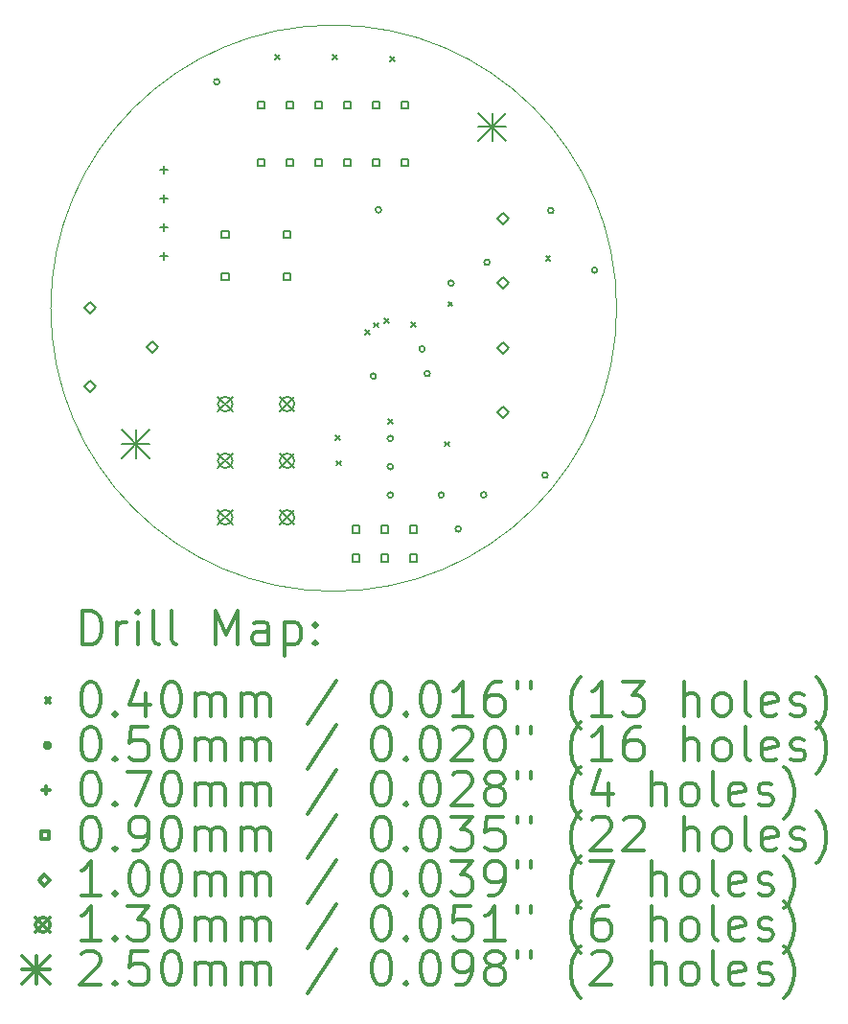
<source format=gbr>
%FSLAX45Y45*%
G04 Gerber Fmt 4.5, Leading zero omitted, Abs format (unit mm)*
G04 Created by KiCad (PCBNEW 4.1.0-alpha+201608281546+7098~46~ubuntu14.04.1-product) date Mon Sep  5 14:38:34 2016*
%MOMM*%
%LPD*%
G01*
G04 APERTURE LIST*
%ADD10C,0.127000*%
%ADD11C,0.100000*%
%ADD12C,0.200000*%
%ADD13C,0.300000*%
G04 APERTURE END LIST*
D10*
D11*
X12500000Y-10000000D02*
G75*
G03X12500000Y-10000000I-2500000J0D01*
G01*
D12*
X9479600Y-7765100D02*
X9519600Y-7805100D01*
X9519600Y-7765100D02*
X9479600Y-7805100D01*
X9987600Y-7765100D02*
X10027600Y-7805100D01*
X10027600Y-7765100D02*
X9987600Y-7805100D01*
X10019031Y-11126175D02*
X10059031Y-11166175D01*
X10059031Y-11126175D02*
X10019031Y-11166175D01*
X10026303Y-11348598D02*
X10066303Y-11388598D01*
X10066303Y-11348598D02*
X10026303Y-11388598D01*
X10276685Y-10193352D02*
X10316685Y-10233352D01*
X10316685Y-10193352D02*
X10276685Y-10233352D01*
X10352884Y-10128592D02*
X10392884Y-10168592D01*
X10392884Y-10128592D02*
X10352884Y-10168592D01*
X10444800Y-10089200D02*
X10484800Y-10129200D01*
X10484800Y-10089200D02*
X10444800Y-10129200D01*
X10480000Y-10980000D02*
X10520000Y-11020000D01*
X10520000Y-10980000D02*
X10480000Y-11020000D01*
X10495600Y-7777800D02*
X10535600Y-7817800D01*
X10535600Y-7777800D02*
X10495600Y-7817800D01*
X10686100Y-10127300D02*
X10726100Y-10167300D01*
X10726100Y-10127300D02*
X10686100Y-10167300D01*
X10980000Y-11180000D02*
X11020000Y-11220000D01*
X11020000Y-11180000D02*
X10980000Y-11220000D01*
X11009950Y-9943150D02*
X11049950Y-9983150D01*
X11049950Y-9943150D02*
X11009950Y-9983150D01*
X11873550Y-9543100D02*
X11913550Y-9583100D01*
X11913550Y-9543100D02*
X11873550Y-9583100D01*
X8991200Y-8001000D02*
G75*
G03X8991200Y-8001000I-25000J0D01*
G01*
X10375000Y-10600000D02*
G75*
G03X10375000Y-10600000I-25000J0D01*
G01*
X10419950Y-9131300D02*
G75*
G03X10419950Y-9131300I-25000J0D01*
G01*
X10525000Y-11150000D02*
G75*
G03X10525000Y-11150000I-25000J0D01*
G01*
X10525000Y-11400000D02*
G75*
G03X10525000Y-11400000I-25000J0D01*
G01*
X10525000Y-11650000D02*
G75*
G03X10525000Y-11650000I-25000J0D01*
G01*
X10805216Y-10360544D02*
G75*
G03X10805216Y-10360544I-25000J0D01*
G01*
X10851847Y-10577316D02*
G75*
G03X10851847Y-10577316I-25000J0D01*
G01*
X10975000Y-11650000D02*
G75*
G03X10975000Y-11650000I-25000J0D01*
G01*
X11061300Y-9779000D02*
G75*
G03X11061300Y-9779000I-25000J0D01*
G01*
X11125000Y-11950000D02*
G75*
G03X11125000Y-11950000I-25000J0D01*
G01*
X11350280Y-11648191D02*
G75*
G03X11350280Y-11648191I-25000J0D01*
G01*
X11378800Y-9594850D02*
G75*
G03X11378800Y-9594850I-25000J0D01*
G01*
X11893150Y-11474450D02*
G75*
G03X11893150Y-11474450I-25000J0D01*
G01*
X11943950Y-9137650D02*
G75*
G03X11943950Y-9137650I-25000J0D01*
G01*
X12331300Y-9664700D02*
G75*
G03X12331300Y-9664700I-25000J0D01*
G01*
X8496300Y-8740700D02*
X8496300Y-8810700D01*
X8461300Y-8775700D02*
X8531300Y-8775700D01*
X8496300Y-8994700D02*
X8496300Y-9064700D01*
X8461300Y-9029700D02*
X8531300Y-9029700D01*
X8496300Y-9248700D02*
X8496300Y-9318700D01*
X8461300Y-9283700D02*
X8531300Y-9283700D01*
X8496300Y-9502700D02*
X8496300Y-9572700D01*
X8461300Y-9537700D02*
X8531300Y-9537700D01*
X9074220Y-9379020D02*
X9074220Y-9315380D01*
X9010580Y-9315380D01*
X9010580Y-9379020D01*
X9074220Y-9379020D01*
X9074220Y-9754020D02*
X9074220Y-9690380D01*
X9010580Y-9690380D01*
X9010580Y-9754020D01*
X9074220Y-9754020D01*
X9391720Y-8236020D02*
X9391720Y-8172380D01*
X9328080Y-8172380D01*
X9328080Y-8236020D01*
X9391720Y-8236020D01*
X9391720Y-8744020D02*
X9391720Y-8680380D01*
X9328080Y-8680380D01*
X9328080Y-8744020D01*
X9391720Y-8744020D01*
X9620320Y-9379020D02*
X9620320Y-9315380D01*
X9556680Y-9315380D01*
X9556680Y-9379020D01*
X9620320Y-9379020D01*
X9620320Y-9754020D02*
X9620320Y-9690380D01*
X9556680Y-9690380D01*
X9556680Y-9754020D01*
X9620320Y-9754020D01*
X9645720Y-8236020D02*
X9645720Y-8172380D01*
X9582080Y-8172380D01*
X9582080Y-8236020D01*
X9645720Y-8236020D01*
X9645720Y-8744020D02*
X9645720Y-8680380D01*
X9582080Y-8680380D01*
X9582080Y-8744020D01*
X9645720Y-8744020D01*
X9899720Y-8236020D02*
X9899720Y-8172380D01*
X9836080Y-8172380D01*
X9836080Y-8236020D01*
X9899720Y-8236020D01*
X9899720Y-8744020D02*
X9899720Y-8680380D01*
X9836080Y-8680380D01*
X9836080Y-8744020D01*
X9899720Y-8744020D01*
X10153720Y-8236020D02*
X10153720Y-8172380D01*
X10090080Y-8172380D01*
X10090080Y-8236020D01*
X10153720Y-8236020D01*
X10153720Y-8744020D02*
X10153720Y-8680380D01*
X10090080Y-8680380D01*
X10090080Y-8744020D01*
X10153720Y-8744020D01*
X10229920Y-11982520D02*
X10229920Y-11918880D01*
X10166280Y-11918880D01*
X10166280Y-11982520D01*
X10229920Y-11982520D01*
X10229920Y-12236520D02*
X10229920Y-12172880D01*
X10166280Y-12172880D01*
X10166280Y-12236520D01*
X10229920Y-12236520D01*
X10407720Y-8236020D02*
X10407720Y-8172380D01*
X10344080Y-8172380D01*
X10344080Y-8236020D01*
X10407720Y-8236020D01*
X10407720Y-8744020D02*
X10407720Y-8680380D01*
X10344080Y-8680380D01*
X10344080Y-8744020D01*
X10407720Y-8744020D01*
X10483920Y-11982520D02*
X10483920Y-11918880D01*
X10420280Y-11918880D01*
X10420280Y-11982520D01*
X10483920Y-11982520D01*
X10483920Y-12236520D02*
X10483920Y-12172880D01*
X10420280Y-12172880D01*
X10420280Y-12236520D01*
X10483920Y-12236520D01*
X10661720Y-8236020D02*
X10661720Y-8172380D01*
X10598080Y-8172380D01*
X10598080Y-8236020D01*
X10661720Y-8236020D01*
X10661720Y-8744020D02*
X10661720Y-8680380D01*
X10598080Y-8680380D01*
X10598080Y-8744020D01*
X10661720Y-8744020D01*
X10737920Y-11982520D02*
X10737920Y-11918880D01*
X10674280Y-11918880D01*
X10674280Y-11982520D01*
X10737920Y-11982520D01*
X10737920Y-12236520D02*
X10737920Y-12172880D01*
X10674280Y-12172880D01*
X10674280Y-12236520D01*
X10737920Y-12236520D01*
X7848600Y-10043400D02*
X7898600Y-9993400D01*
X7848600Y-9943400D01*
X7798600Y-9993400D01*
X7848600Y-10043400D01*
X7848600Y-10743400D02*
X7898600Y-10693400D01*
X7848600Y-10643400D01*
X7798600Y-10693400D01*
X7848600Y-10743400D01*
X8398600Y-10393400D02*
X8448600Y-10343400D01*
X8398600Y-10293400D01*
X8348600Y-10343400D01*
X8398600Y-10393400D01*
X11498580Y-9257500D02*
X11548580Y-9207500D01*
X11498580Y-9157500D01*
X11448580Y-9207500D01*
X11498580Y-9257500D01*
X11498580Y-9829000D02*
X11548580Y-9779000D01*
X11498580Y-9729000D01*
X11448580Y-9779000D01*
X11498580Y-9829000D01*
X11498580Y-10400500D02*
X11548580Y-10350500D01*
X11498580Y-10300500D01*
X11448580Y-10350500D01*
X11498580Y-10400500D01*
X11498580Y-10972000D02*
X11548580Y-10922000D01*
X11498580Y-10872000D01*
X11448580Y-10922000D01*
X11498580Y-10972000D01*
X8977400Y-10782200D02*
X9107400Y-10912200D01*
X9107400Y-10782200D02*
X8977400Y-10912200D01*
X9107400Y-10847200D02*
G75*
G03X9107400Y-10847200I-65000J0D01*
G01*
X8977400Y-11282200D02*
X9107400Y-11412200D01*
X9107400Y-11282200D02*
X8977400Y-11412200D01*
X9107400Y-11347200D02*
G75*
G03X9107400Y-11347200I-65000J0D01*
G01*
X8977400Y-11782200D02*
X9107400Y-11912200D01*
X9107400Y-11782200D02*
X8977400Y-11912200D01*
X9107400Y-11847200D02*
G75*
G03X9107400Y-11847200I-65000J0D01*
G01*
X9523500Y-10782200D02*
X9653500Y-10912200D01*
X9653500Y-10782200D02*
X9523500Y-10912200D01*
X9653500Y-10847200D02*
G75*
G03X9653500Y-10847200I-65000J0D01*
G01*
X9523500Y-11282200D02*
X9653500Y-11412200D01*
X9653500Y-11282200D02*
X9523500Y-11412200D01*
X9653500Y-11347200D02*
G75*
G03X9653500Y-11347200I-65000J0D01*
G01*
X9523500Y-11782200D02*
X9653500Y-11912200D01*
X9653500Y-11782200D02*
X9523500Y-11912200D01*
X9653500Y-11847200D02*
G75*
G03X9653500Y-11847200I-65000J0D01*
G01*
X8125000Y-11075000D02*
X8375000Y-11325000D01*
X8375000Y-11075000D02*
X8125000Y-11325000D01*
X8250000Y-11075000D02*
X8250000Y-11325000D01*
X8125000Y-11200000D02*
X8375000Y-11200000D01*
X11275000Y-8275000D02*
X11525000Y-8525000D01*
X11525000Y-8275000D02*
X11275000Y-8525000D01*
X11400000Y-8275000D02*
X11400000Y-8525000D01*
X11275000Y-8400000D02*
X11525000Y-8400000D01*
D13*
X7781428Y-12970714D02*
X7781428Y-12670714D01*
X7852857Y-12670714D01*
X7895714Y-12685000D01*
X7924286Y-12713571D01*
X7938571Y-12742143D01*
X7952857Y-12799286D01*
X7952857Y-12842143D01*
X7938571Y-12899286D01*
X7924286Y-12927857D01*
X7895714Y-12956429D01*
X7852857Y-12970714D01*
X7781428Y-12970714D01*
X8081428Y-12970714D02*
X8081428Y-12770714D01*
X8081428Y-12827857D02*
X8095714Y-12799286D01*
X8110000Y-12785000D01*
X8138571Y-12770714D01*
X8167143Y-12770714D01*
X8267143Y-12970714D02*
X8267143Y-12770714D01*
X8267143Y-12670714D02*
X8252857Y-12685000D01*
X8267143Y-12699286D01*
X8281428Y-12685000D01*
X8267143Y-12670714D01*
X8267143Y-12699286D01*
X8452857Y-12970714D02*
X8424286Y-12956429D01*
X8410000Y-12927857D01*
X8410000Y-12670714D01*
X8610000Y-12970714D02*
X8581428Y-12956429D01*
X8567143Y-12927857D01*
X8567143Y-12670714D01*
X8952857Y-12970714D02*
X8952857Y-12670714D01*
X9052857Y-12885000D01*
X9152857Y-12670714D01*
X9152857Y-12970714D01*
X9424286Y-12970714D02*
X9424286Y-12813571D01*
X9410000Y-12785000D01*
X9381428Y-12770714D01*
X9324286Y-12770714D01*
X9295714Y-12785000D01*
X9424286Y-12956429D02*
X9395714Y-12970714D01*
X9324286Y-12970714D01*
X9295714Y-12956429D01*
X9281428Y-12927857D01*
X9281428Y-12899286D01*
X9295714Y-12870714D01*
X9324286Y-12856429D01*
X9395714Y-12856429D01*
X9424286Y-12842143D01*
X9567143Y-12770714D02*
X9567143Y-13070714D01*
X9567143Y-12785000D02*
X9595714Y-12770714D01*
X9652857Y-12770714D01*
X9681428Y-12785000D01*
X9695714Y-12799286D01*
X9710000Y-12827857D01*
X9710000Y-12913571D01*
X9695714Y-12942143D01*
X9681428Y-12956429D01*
X9652857Y-12970714D01*
X9595714Y-12970714D01*
X9567143Y-12956429D01*
X9838571Y-12942143D02*
X9852857Y-12956429D01*
X9838571Y-12970714D01*
X9824286Y-12956429D01*
X9838571Y-12942143D01*
X9838571Y-12970714D01*
X9838571Y-12785000D02*
X9852857Y-12799286D01*
X9838571Y-12813571D01*
X9824286Y-12799286D01*
X9838571Y-12785000D01*
X9838571Y-12813571D01*
X7455000Y-13445000D02*
X7495000Y-13485000D01*
X7495000Y-13445000D02*
X7455000Y-13485000D01*
X7838571Y-13300714D02*
X7867143Y-13300714D01*
X7895714Y-13315000D01*
X7910000Y-13329286D01*
X7924286Y-13357857D01*
X7938571Y-13415000D01*
X7938571Y-13486429D01*
X7924286Y-13543571D01*
X7910000Y-13572143D01*
X7895714Y-13586429D01*
X7867143Y-13600714D01*
X7838571Y-13600714D01*
X7810000Y-13586429D01*
X7795714Y-13572143D01*
X7781428Y-13543571D01*
X7767143Y-13486429D01*
X7767143Y-13415000D01*
X7781428Y-13357857D01*
X7795714Y-13329286D01*
X7810000Y-13315000D01*
X7838571Y-13300714D01*
X8067143Y-13572143D02*
X8081428Y-13586429D01*
X8067143Y-13600714D01*
X8052857Y-13586429D01*
X8067143Y-13572143D01*
X8067143Y-13600714D01*
X8338571Y-13400714D02*
X8338571Y-13600714D01*
X8267143Y-13286429D02*
X8195714Y-13500714D01*
X8381428Y-13500714D01*
X8552857Y-13300714D02*
X8581428Y-13300714D01*
X8610000Y-13315000D01*
X8624286Y-13329286D01*
X8638571Y-13357857D01*
X8652857Y-13415000D01*
X8652857Y-13486429D01*
X8638571Y-13543571D01*
X8624286Y-13572143D01*
X8610000Y-13586429D01*
X8581428Y-13600714D01*
X8552857Y-13600714D01*
X8524286Y-13586429D01*
X8510000Y-13572143D01*
X8495714Y-13543571D01*
X8481428Y-13486429D01*
X8481428Y-13415000D01*
X8495714Y-13357857D01*
X8510000Y-13329286D01*
X8524286Y-13315000D01*
X8552857Y-13300714D01*
X8781428Y-13600714D02*
X8781428Y-13400714D01*
X8781428Y-13429286D02*
X8795714Y-13415000D01*
X8824286Y-13400714D01*
X8867143Y-13400714D01*
X8895714Y-13415000D01*
X8910000Y-13443571D01*
X8910000Y-13600714D01*
X8910000Y-13443571D02*
X8924286Y-13415000D01*
X8952857Y-13400714D01*
X8995714Y-13400714D01*
X9024286Y-13415000D01*
X9038571Y-13443571D01*
X9038571Y-13600714D01*
X9181428Y-13600714D02*
X9181428Y-13400714D01*
X9181428Y-13429286D02*
X9195714Y-13415000D01*
X9224286Y-13400714D01*
X9267143Y-13400714D01*
X9295714Y-13415000D01*
X9310000Y-13443571D01*
X9310000Y-13600714D01*
X9310000Y-13443571D02*
X9324286Y-13415000D01*
X9352857Y-13400714D01*
X9395714Y-13400714D01*
X9424286Y-13415000D01*
X9438571Y-13443571D01*
X9438571Y-13600714D01*
X10024286Y-13286429D02*
X9767143Y-13672143D01*
X10410000Y-13300714D02*
X10438571Y-13300714D01*
X10467143Y-13315000D01*
X10481428Y-13329286D01*
X10495714Y-13357857D01*
X10510000Y-13415000D01*
X10510000Y-13486429D01*
X10495714Y-13543571D01*
X10481428Y-13572143D01*
X10467143Y-13586429D01*
X10438571Y-13600714D01*
X10410000Y-13600714D01*
X10381428Y-13586429D01*
X10367143Y-13572143D01*
X10352857Y-13543571D01*
X10338571Y-13486429D01*
X10338571Y-13415000D01*
X10352857Y-13357857D01*
X10367143Y-13329286D01*
X10381428Y-13315000D01*
X10410000Y-13300714D01*
X10638571Y-13572143D02*
X10652857Y-13586429D01*
X10638571Y-13600714D01*
X10624286Y-13586429D01*
X10638571Y-13572143D01*
X10638571Y-13600714D01*
X10838571Y-13300714D02*
X10867143Y-13300714D01*
X10895714Y-13315000D01*
X10910000Y-13329286D01*
X10924286Y-13357857D01*
X10938571Y-13415000D01*
X10938571Y-13486429D01*
X10924286Y-13543571D01*
X10910000Y-13572143D01*
X10895714Y-13586429D01*
X10867143Y-13600714D01*
X10838571Y-13600714D01*
X10810000Y-13586429D01*
X10795714Y-13572143D01*
X10781428Y-13543571D01*
X10767143Y-13486429D01*
X10767143Y-13415000D01*
X10781428Y-13357857D01*
X10795714Y-13329286D01*
X10810000Y-13315000D01*
X10838571Y-13300714D01*
X11224286Y-13600714D02*
X11052857Y-13600714D01*
X11138571Y-13600714D02*
X11138571Y-13300714D01*
X11110000Y-13343571D01*
X11081428Y-13372143D01*
X11052857Y-13386429D01*
X11481428Y-13300714D02*
X11424286Y-13300714D01*
X11395714Y-13315000D01*
X11381428Y-13329286D01*
X11352857Y-13372143D01*
X11338571Y-13429286D01*
X11338571Y-13543571D01*
X11352857Y-13572143D01*
X11367143Y-13586429D01*
X11395714Y-13600714D01*
X11452857Y-13600714D01*
X11481428Y-13586429D01*
X11495714Y-13572143D01*
X11510000Y-13543571D01*
X11510000Y-13472143D01*
X11495714Y-13443571D01*
X11481428Y-13429286D01*
X11452857Y-13415000D01*
X11395714Y-13415000D01*
X11367143Y-13429286D01*
X11352857Y-13443571D01*
X11338571Y-13472143D01*
X11624286Y-13300714D02*
X11624286Y-13357857D01*
X11738571Y-13300714D02*
X11738571Y-13357857D01*
X12181428Y-13715000D02*
X12167143Y-13700714D01*
X12138571Y-13657857D01*
X12124286Y-13629286D01*
X12110000Y-13586429D01*
X12095714Y-13515000D01*
X12095714Y-13457857D01*
X12110000Y-13386429D01*
X12124286Y-13343571D01*
X12138571Y-13315000D01*
X12167143Y-13272143D01*
X12181428Y-13257857D01*
X12452857Y-13600714D02*
X12281428Y-13600714D01*
X12367143Y-13600714D02*
X12367143Y-13300714D01*
X12338571Y-13343571D01*
X12310000Y-13372143D01*
X12281428Y-13386429D01*
X12552857Y-13300714D02*
X12738571Y-13300714D01*
X12638571Y-13415000D01*
X12681428Y-13415000D01*
X12710000Y-13429286D01*
X12724286Y-13443571D01*
X12738571Y-13472143D01*
X12738571Y-13543571D01*
X12724286Y-13572143D01*
X12710000Y-13586429D01*
X12681428Y-13600714D01*
X12595714Y-13600714D01*
X12567143Y-13586429D01*
X12552857Y-13572143D01*
X13095714Y-13600714D02*
X13095714Y-13300714D01*
X13224286Y-13600714D02*
X13224286Y-13443571D01*
X13210000Y-13415000D01*
X13181428Y-13400714D01*
X13138571Y-13400714D01*
X13110000Y-13415000D01*
X13095714Y-13429286D01*
X13410000Y-13600714D02*
X13381428Y-13586429D01*
X13367143Y-13572143D01*
X13352857Y-13543571D01*
X13352857Y-13457857D01*
X13367143Y-13429286D01*
X13381428Y-13415000D01*
X13410000Y-13400714D01*
X13452857Y-13400714D01*
X13481428Y-13415000D01*
X13495714Y-13429286D01*
X13510000Y-13457857D01*
X13510000Y-13543571D01*
X13495714Y-13572143D01*
X13481428Y-13586429D01*
X13452857Y-13600714D01*
X13410000Y-13600714D01*
X13681428Y-13600714D02*
X13652857Y-13586429D01*
X13638571Y-13557857D01*
X13638571Y-13300714D01*
X13910000Y-13586429D02*
X13881428Y-13600714D01*
X13824286Y-13600714D01*
X13795714Y-13586429D01*
X13781428Y-13557857D01*
X13781428Y-13443571D01*
X13795714Y-13415000D01*
X13824286Y-13400714D01*
X13881428Y-13400714D01*
X13910000Y-13415000D01*
X13924286Y-13443571D01*
X13924286Y-13472143D01*
X13781428Y-13500714D01*
X14038571Y-13586429D02*
X14067143Y-13600714D01*
X14124286Y-13600714D01*
X14152857Y-13586429D01*
X14167143Y-13557857D01*
X14167143Y-13543571D01*
X14152857Y-13515000D01*
X14124286Y-13500714D01*
X14081428Y-13500714D01*
X14052857Y-13486429D01*
X14038571Y-13457857D01*
X14038571Y-13443571D01*
X14052857Y-13415000D01*
X14081428Y-13400714D01*
X14124286Y-13400714D01*
X14152857Y-13415000D01*
X14267143Y-13715000D02*
X14281428Y-13700714D01*
X14310000Y-13657857D01*
X14324286Y-13629286D01*
X14338571Y-13586429D01*
X14352857Y-13515000D01*
X14352857Y-13457857D01*
X14338571Y-13386429D01*
X14324286Y-13343571D01*
X14310000Y-13315000D01*
X14281428Y-13272143D01*
X14267143Y-13257857D01*
X7495000Y-13861000D02*
G75*
G03X7495000Y-13861000I-25000J0D01*
G01*
X7838571Y-13696714D02*
X7867143Y-13696714D01*
X7895714Y-13711000D01*
X7910000Y-13725286D01*
X7924286Y-13753857D01*
X7938571Y-13811000D01*
X7938571Y-13882429D01*
X7924286Y-13939571D01*
X7910000Y-13968143D01*
X7895714Y-13982429D01*
X7867143Y-13996714D01*
X7838571Y-13996714D01*
X7810000Y-13982429D01*
X7795714Y-13968143D01*
X7781428Y-13939571D01*
X7767143Y-13882429D01*
X7767143Y-13811000D01*
X7781428Y-13753857D01*
X7795714Y-13725286D01*
X7810000Y-13711000D01*
X7838571Y-13696714D01*
X8067143Y-13968143D02*
X8081428Y-13982429D01*
X8067143Y-13996714D01*
X8052857Y-13982429D01*
X8067143Y-13968143D01*
X8067143Y-13996714D01*
X8352857Y-13696714D02*
X8210000Y-13696714D01*
X8195714Y-13839571D01*
X8210000Y-13825286D01*
X8238571Y-13811000D01*
X8310000Y-13811000D01*
X8338571Y-13825286D01*
X8352857Y-13839571D01*
X8367143Y-13868143D01*
X8367143Y-13939571D01*
X8352857Y-13968143D01*
X8338571Y-13982429D01*
X8310000Y-13996714D01*
X8238571Y-13996714D01*
X8210000Y-13982429D01*
X8195714Y-13968143D01*
X8552857Y-13696714D02*
X8581428Y-13696714D01*
X8610000Y-13711000D01*
X8624286Y-13725286D01*
X8638571Y-13753857D01*
X8652857Y-13811000D01*
X8652857Y-13882429D01*
X8638571Y-13939571D01*
X8624286Y-13968143D01*
X8610000Y-13982429D01*
X8581428Y-13996714D01*
X8552857Y-13996714D01*
X8524286Y-13982429D01*
X8510000Y-13968143D01*
X8495714Y-13939571D01*
X8481428Y-13882429D01*
X8481428Y-13811000D01*
X8495714Y-13753857D01*
X8510000Y-13725286D01*
X8524286Y-13711000D01*
X8552857Y-13696714D01*
X8781428Y-13996714D02*
X8781428Y-13796714D01*
X8781428Y-13825286D02*
X8795714Y-13811000D01*
X8824286Y-13796714D01*
X8867143Y-13796714D01*
X8895714Y-13811000D01*
X8910000Y-13839571D01*
X8910000Y-13996714D01*
X8910000Y-13839571D02*
X8924286Y-13811000D01*
X8952857Y-13796714D01*
X8995714Y-13796714D01*
X9024286Y-13811000D01*
X9038571Y-13839571D01*
X9038571Y-13996714D01*
X9181428Y-13996714D02*
X9181428Y-13796714D01*
X9181428Y-13825286D02*
X9195714Y-13811000D01*
X9224286Y-13796714D01*
X9267143Y-13796714D01*
X9295714Y-13811000D01*
X9310000Y-13839571D01*
X9310000Y-13996714D01*
X9310000Y-13839571D02*
X9324286Y-13811000D01*
X9352857Y-13796714D01*
X9395714Y-13796714D01*
X9424286Y-13811000D01*
X9438571Y-13839571D01*
X9438571Y-13996714D01*
X10024286Y-13682429D02*
X9767143Y-14068143D01*
X10410000Y-13696714D02*
X10438571Y-13696714D01*
X10467143Y-13711000D01*
X10481428Y-13725286D01*
X10495714Y-13753857D01*
X10510000Y-13811000D01*
X10510000Y-13882429D01*
X10495714Y-13939571D01*
X10481428Y-13968143D01*
X10467143Y-13982429D01*
X10438571Y-13996714D01*
X10410000Y-13996714D01*
X10381428Y-13982429D01*
X10367143Y-13968143D01*
X10352857Y-13939571D01*
X10338571Y-13882429D01*
X10338571Y-13811000D01*
X10352857Y-13753857D01*
X10367143Y-13725286D01*
X10381428Y-13711000D01*
X10410000Y-13696714D01*
X10638571Y-13968143D02*
X10652857Y-13982429D01*
X10638571Y-13996714D01*
X10624286Y-13982429D01*
X10638571Y-13968143D01*
X10638571Y-13996714D01*
X10838571Y-13696714D02*
X10867143Y-13696714D01*
X10895714Y-13711000D01*
X10910000Y-13725286D01*
X10924286Y-13753857D01*
X10938571Y-13811000D01*
X10938571Y-13882429D01*
X10924286Y-13939571D01*
X10910000Y-13968143D01*
X10895714Y-13982429D01*
X10867143Y-13996714D01*
X10838571Y-13996714D01*
X10810000Y-13982429D01*
X10795714Y-13968143D01*
X10781428Y-13939571D01*
X10767143Y-13882429D01*
X10767143Y-13811000D01*
X10781428Y-13753857D01*
X10795714Y-13725286D01*
X10810000Y-13711000D01*
X10838571Y-13696714D01*
X11052857Y-13725286D02*
X11067143Y-13711000D01*
X11095714Y-13696714D01*
X11167143Y-13696714D01*
X11195714Y-13711000D01*
X11210000Y-13725286D01*
X11224286Y-13753857D01*
X11224286Y-13782429D01*
X11210000Y-13825286D01*
X11038571Y-13996714D01*
X11224286Y-13996714D01*
X11410000Y-13696714D02*
X11438571Y-13696714D01*
X11467143Y-13711000D01*
X11481428Y-13725286D01*
X11495714Y-13753857D01*
X11510000Y-13811000D01*
X11510000Y-13882429D01*
X11495714Y-13939571D01*
X11481428Y-13968143D01*
X11467143Y-13982429D01*
X11438571Y-13996714D01*
X11410000Y-13996714D01*
X11381428Y-13982429D01*
X11367143Y-13968143D01*
X11352857Y-13939571D01*
X11338571Y-13882429D01*
X11338571Y-13811000D01*
X11352857Y-13753857D01*
X11367143Y-13725286D01*
X11381428Y-13711000D01*
X11410000Y-13696714D01*
X11624286Y-13696714D02*
X11624286Y-13753857D01*
X11738571Y-13696714D02*
X11738571Y-13753857D01*
X12181428Y-14111000D02*
X12167143Y-14096714D01*
X12138571Y-14053857D01*
X12124286Y-14025286D01*
X12110000Y-13982429D01*
X12095714Y-13911000D01*
X12095714Y-13853857D01*
X12110000Y-13782429D01*
X12124286Y-13739571D01*
X12138571Y-13711000D01*
X12167143Y-13668143D01*
X12181428Y-13653857D01*
X12452857Y-13996714D02*
X12281428Y-13996714D01*
X12367143Y-13996714D02*
X12367143Y-13696714D01*
X12338571Y-13739571D01*
X12310000Y-13768143D01*
X12281428Y-13782429D01*
X12710000Y-13696714D02*
X12652857Y-13696714D01*
X12624286Y-13711000D01*
X12610000Y-13725286D01*
X12581428Y-13768143D01*
X12567143Y-13825286D01*
X12567143Y-13939571D01*
X12581428Y-13968143D01*
X12595714Y-13982429D01*
X12624286Y-13996714D01*
X12681428Y-13996714D01*
X12710000Y-13982429D01*
X12724286Y-13968143D01*
X12738571Y-13939571D01*
X12738571Y-13868143D01*
X12724286Y-13839571D01*
X12710000Y-13825286D01*
X12681428Y-13811000D01*
X12624286Y-13811000D01*
X12595714Y-13825286D01*
X12581428Y-13839571D01*
X12567143Y-13868143D01*
X13095714Y-13996714D02*
X13095714Y-13696714D01*
X13224286Y-13996714D02*
X13224286Y-13839571D01*
X13210000Y-13811000D01*
X13181428Y-13796714D01*
X13138571Y-13796714D01*
X13110000Y-13811000D01*
X13095714Y-13825286D01*
X13410000Y-13996714D02*
X13381428Y-13982429D01*
X13367143Y-13968143D01*
X13352857Y-13939571D01*
X13352857Y-13853857D01*
X13367143Y-13825286D01*
X13381428Y-13811000D01*
X13410000Y-13796714D01*
X13452857Y-13796714D01*
X13481428Y-13811000D01*
X13495714Y-13825286D01*
X13510000Y-13853857D01*
X13510000Y-13939571D01*
X13495714Y-13968143D01*
X13481428Y-13982429D01*
X13452857Y-13996714D01*
X13410000Y-13996714D01*
X13681428Y-13996714D02*
X13652857Y-13982429D01*
X13638571Y-13953857D01*
X13638571Y-13696714D01*
X13910000Y-13982429D02*
X13881428Y-13996714D01*
X13824286Y-13996714D01*
X13795714Y-13982429D01*
X13781428Y-13953857D01*
X13781428Y-13839571D01*
X13795714Y-13811000D01*
X13824286Y-13796714D01*
X13881428Y-13796714D01*
X13910000Y-13811000D01*
X13924286Y-13839571D01*
X13924286Y-13868143D01*
X13781428Y-13896714D01*
X14038571Y-13982429D02*
X14067143Y-13996714D01*
X14124286Y-13996714D01*
X14152857Y-13982429D01*
X14167143Y-13953857D01*
X14167143Y-13939571D01*
X14152857Y-13911000D01*
X14124286Y-13896714D01*
X14081428Y-13896714D01*
X14052857Y-13882429D01*
X14038571Y-13853857D01*
X14038571Y-13839571D01*
X14052857Y-13811000D01*
X14081428Y-13796714D01*
X14124286Y-13796714D01*
X14152857Y-13811000D01*
X14267143Y-14111000D02*
X14281428Y-14096714D01*
X14310000Y-14053857D01*
X14324286Y-14025286D01*
X14338571Y-13982429D01*
X14352857Y-13911000D01*
X14352857Y-13853857D01*
X14338571Y-13782429D01*
X14324286Y-13739571D01*
X14310000Y-13711000D01*
X14281428Y-13668143D01*
X14267143Y-13653857D01*
X7460000Y-14222000D02*
X7460000Y-14292000D01*
X7425000Y-14257000D02*
X7495000Y-14257000D01*
X7838571Y-14092714D02*
X7867143Y-14092714D01*
X7895714Y-14107000D01*
X7910000Y-14121286D01*
X7924286Y-14149857D01*
X7938571Y-14207000D01*
X7938571Y-14278429D01*
X7924286Y-14335571D01*
X7910000Y-14364143D01*
X7895714Y-14378429D01*
X7867143Y-14392714D01*
X7838571Y-14392714D01*
X7810000Y-14378429D01*
X7795714Y-14364143D01*
X7781428Y-14335571D01*
X7767143Y-14278429D01*
X7767143Y-14207000D01*
X7781428Y-14149857D01*
X7795714Y-14121286D01*
X7810000Y-14107000D01*
X7838571Y-14092714D01*
X8067143Y-14364143D02*
X8081428Y-14378429D01*
X8067143Y-14392714D01*
X8052857Y-14378429D01*
X8067143Y-14364143D01*
X8067143Y-14392714D01*
X8181428Y-14092714D02*
X8381428Y-14092714D01*
X8252857Y-14392714D01*
X8552857Y-14092714D02*
X8581428Y-14092714D01*
X8610000Y-14107000D01*
X8624286Y-14121286D01*
X8638571Y-14149857D01*
X8652857Y-14207000D01*
X8652857Y-14278429D01*
X8638571Y-14335571D01*
X8624286Y-14364143D01*
X8610000Y-14378429D01*
X8581428Y-14392714D01*
X8552857Y-14392714D01*
X8524286Y-14378429D01*
X8510000Y-14364143D01*
X8495714Y-14335571D01*
X8481428Y-14278429D01*
X8481428Y-14207000D01*
X8495714Y-14149857D01*
X8510000Y-14121286D01*
X8524286Y-14107000D01*
X8552857Y-14092714D01*
X8781428Y-14392714D02*
X8781428Y-14192714D01*
X8781428Y-14221286D02*
X8795714Y-14207000D01*
X8824286Y-14192714D01*
X8867143Y-14192714D01*
X8895714Y-14207000D01*
X8910000Y-14235571D01*
X8910000Y-14392714D01*
X8910000Y-14235571D02*
X8924286Y-14207000D01*
X8952857Y-14192714D01*
X8995714Y-14192714D01*
X9024286Y-14207000D01*
X9038571Y-14235571D01*
X9038571Y-14392714D01*
X9181428Y-14392714D02*
X9181428Y-14192714D01*
X9181428Y-14221286D02*
X9195714Y-14207000D01*
X9224286Y-14192714D01*
X9267143Y-14192714D01*
X9295714Y-14207000D01*
X9310000Y-14235571D01*
X9310000Y-14392714D01*
X9310000Y-14235571D02*
X9324286Y-14207000D01*
X9352857Y-14192714D01*
X9395714Y-14192714D01*
X9424286Y-14207000D01*
X9438571Y-14235571D01*
X9438571Y-14392714D01*
X10024286Y-14078429D02*
X9767143Y-14464143D01*
X10410000Y-14092714D02*
X10438571Y-14092714D01*
X10467143Y-14107000D01*
X10481428Y-14121286D01*
X10495714Y-14149857D01*
X10510000Y-14207000D01*
X10510000Y-14278429D01*
X10495714Y-14335571D01*
X10481428Y-14364143D01*
X10467143Y-14378429D01*
X10438571Y-14392714D01*
X10410000Y-14392714D01*
X10381428Y-14378429D01*
X10367143Y-14364143D01*
X10352857Y-14335571D01*
X10338571Y-14278429D01*
X10338571Y-14207000D01*
X10352857Y-14149857D01*
X10367143Y-14121286D01*
X10381428Y-14107000D01*
X10410000Y-14092714D01*
X10638571Y-14364143D02*
X10652857Y-14378429D01*
X10638571Y-14392714D01*
X10624286Y-14378429D01*
X10638571Y-14364143D01*
X10638571Y-14392714D01*
X10838571Y-14092714D02*
X10867143Y-14092714D01*
X10895714Y-14107000D01*
X10910000Y-14121286D01*
X10924286Y-14149857D01*
X10938571Y-14207000D01*
X10938571Y-14278429D01*
X10924286Y-14335571D01*
X10910000Y-14364143D01*
X10895714Y-14378429D01*
X10867143Y-14392714D01*
X10838571Y-14392714D01*
X10810000Y-14378429D01*
X10795714Y-14364143D01*
X10781428Y-14335571D01*
X10767143Y-14278429D01*
X10767143Y-14207000D01*
X10781428Y-14149857D01*
X10795714Y-14121286D01*
X10810000Y-14107000D01*
X10838571Y-14092714D01*
X11052857Y-14121286D02*
X11067143Y-14107000D01*
X11095714Y-14092714D01*
X11167143Y-14092714D01*
X11195714Y-14107000D01*
X11210000Y-14121286D01*
X11224286Y-14149857D01*
X11224286Y-14178429D01*
X11210000Y-14221286D01*
X11038571Y-14392714D01*
X11224286Y-14392714D01*
X11395714Y-14221286D02*
X11367143Y-14207000D01*
X11352857Y-14192714D01*
X11338571Y-14164143D01*
X11338571Y-14149857D01*
X11352857Y-14121286D01*
X11367143Y-14107000D01*
X11395714Y-14092714D01*
X11452857Y-14092714D01*
X11481428Y-14107000D01*
X11495714Y-14121286D01*
X11510000Y-14149857D01*
X11510000Y-14164143D01*
X11495714Y-14192714D01*
X11481428Y-14207000D01*
X11452857Y-14221286D01*
X11395714Y-14221286D01*
X11367143Y-14235571D01*
X11352857Y-14249857D01*
X11338571Y-14278429D01*
X11338571Y-14335571D01*
X11352857Y-14364143D01*
X11367143Y-14378429D01*
X11395714Y-14392714D01*
X11452857Y-14392714D01*
X11481428Y-14378429D01*
X11495714Y-14364143D01*
X11510000Y-14335571D01*
X11510000Y-14278429D01*
X11495714Y-14249857D01*
X11481428Y-14235571D01*
X11452857Y-14221286D01*
X11624286Y-14092714D02*
X11624286Y-14149857D01*
X11738571Y-14092714D02*
X11738571Y-14149857D01*
X12181428Y-14507000D02*
X12167143Y-14492714D01*
X12138571Y-14449857D01*
X12124286Y-14421286D01*
X12110000Y-14378429D01*
X12095714Y-14307000D01*
X12095714Y-14249857D01*
X12110000Y-14178429D01*
X12124286Y-14135571D01*
X12138571Y-14107000D01*
X12167143Y-14064143D01*
X12181428Y-14049857D01*
X12424286Y-14192714D02*
X12424286Y-14392714D01*
X12352857Y-14078429D02*
X12281428Y-14292714D01*
X12467143Y-14292714D01*
X12810000Y-14392714D02*
X12810000Y-14092714D01*
X12938571Y-14392714D02*
X12938571Y-14235571D01*
X12924286Y-14207000D01*
X12895714Y-14192714D01*
X12852857Y-14192714D01*
X12824286Y-14207000D01*
X12810000Y-14221286D01*
X13124286Y-14392714D02*
X13095714Y-14378429D01*
X13081428Y-14364143D01*
X13067143Y-14335571D01*
X13067143Y-14249857D01*
X13081428Y-14221286D01*
X13095714Y-14207000D01*
X13124286Y-14192714D01*
X13167143Y-14192714D01*
X13195714Y-14207000D01*
X13210000Y-14221286D01*
X13224286Y-14249857D01*
X13224286Y-14335571D01*
X13210000Y-14364143D01*
X13195714Y-14378429D01*
X13167143Y-14392714D01*
X13124286Y-14392714D01*
X13395714Y-14392714D02*
X13367143Y-14378429D01*
X13352857Y-14349857D01*
X13352857Y-14092714D01*
X13624286Y-14378429D02*
X13595714Y-14392714D01*
X13538571Y-14392714D01*
X13510000Y-14378429D01*
X13495714Y-14349857D01*
X13495714Y-14235571D01*
X13510000Y-14207000D01*
X13538571Y-14192714D01*
X13595714Y-14192714D01*
X13624286Y-14207000D01*
X13638571Y-14235571D01*
X13638571Y-14264143D01*
X13495714Y-14292714D01*
X13752857Y-14378429D02*
X13781428Y-14392714D01*
X13838571Y-14392714D01*
X13867143Y-14378429D01*
X13881428Y-14349857D01*
X13881428Y-14335571D01*
X13867143Y-14307000D01*
X13838571Y-14292714D01*
X13795714Y-14292714D01*
X13767143Y-14278429D01*
X13752857Y-14249857D01*
X13752857Y-14235571D01*
X13767143Y-14207000D01*
X13795714Y-14192714D01*
X13838571Y-14192714D01*
X13867143Y-14207000D01*
X13981428Y-14507000D02*
X13995714Y-14492714D01*
X14024286Y-14449857D01*
X14038571Y-14421286D01*
X14052857Y-14378429D01*
X14067143Y-14307000D01*
X14067143Y-14249857D01*
X14052857Y-14178429D01*
X14038571Y-14135571D01*
X14024286Y-14107000D01*
X13995714Y-14064143D01*
X13981428Y-14049857D01*
X7481820Y-14684820D02*
X7481820Y-14621180D01*
X7418180Y-14621180D01*
X7418180Y-14684820D01*
X7481820Y-14684820D01*
X7838571Y-14488714D02*
X7867143Y-14488714D01*
X7895714Y-14503000D01*
X7910000Y-14517286D01*
X7924286Y-14545857D01*
X7938571Y-14603000D01*
X7938571Y-14674429D01*
X7924286Y-14731571D01*
X7910000Y-14760143D01*
X7895714Y-14774429D01*
X7867143Y-14788714D01*
X7838571Y-14788714D01*
X7810000Y-14774429D01*
X7795714Y-14760143D01*
X7781428Y-14731571D01*
X7767143Y-14674429D01*
X7767143Y-14603000D01*
X7781428Y-14545857D01*
X7795714Y-14517286D01*
X7810000Y-14503000D01*
X7838571Y-14488714D01*
X8067143Y-14760143D02*
X8081428Y-14774429D01*
X8067143Y-14788714D01*
X8052857Y-14774429D01*
X8067143Y-14760143D01*
X8067143Y-14788714D01*
X8224286Y-14788714D02*
X8281428Y-14788714D01*
X8310000Y-14774429D01*
X8324286Y-14760143D01*
X8352857Y-14717286D01*
X8367143Y-14660143D01*
X8367143Y-14545857D01*
X8352857Y-14517286D01*
X8338571Y-14503000D01*
X8310000Y-14488714D01*
X8252857Y-14488714D01*
X8224286Y-14503000D01*
X8210000Y-14517286D01*
X8195714Y-14545857D01*
X8195714Y-14617286D01*
X8210000Y-14645857D01*
X8224286Y-14660143D01*
X8252857Y-14674429D01*
X8310000Y-14674429D01*
X8338571Y-14660143D01*
X8352857Y-14645857D01*
X8367143Y-14617286D01*
X8552857Y-14488714D02*
X8581428Y-14488714D01*
X8610000Y-14503000D01*
X8624286Y-14517286D01*
X8638571Y-14545857D01*
X8652857Y-14603000D01*
X8652857Y-14674429D01*
X8638571Y-14731571D01*
X8624286Y-14760143D01*
X8610000Y-14774429D01*
X8581428Y-14788714D01*
X8552857Y-14788714D01*
X8524286Y-14774429D01*
X8510000Y-14760143D01*
X8495714Y-14731571D01*
X8481428Y-14674429D01*
X8481428Y-14603000D01*
X8495714Y-14545857D01*
X8510000Y-14517286D01*
X8524286Y-14503000D01*
X8552857Y-14488714D01*
X8781428Y-14788714D02*
X8781428Y-14588714D01*
X8781428Y-14617286D02*
X8795714Y-14603000D01*
X8824286Y-14588714D01*
X8867143Y-14588714D01*
X8895714Y-14603000D01*
X8910000Y-14631571D01*
X8910000Y-14788714D01*
X8910000Y-14631571D02*
X8924286Y-14603000D01*
X8952857Y-14588714D01*
X8995714Y-14588714D01*
X9024286Y-14603000D01*
X9038571Y-14631571D01*
X9038571Y-14788714D01*
X9181428Y-14788714D02*
X9181428Y-14588714D01*
X9181428Y-14617286D02*
X9195714Y-14603000D01*
X9224286Y-14588714D01*
X9267143Y-14588714D01*
X9295714Y-14603000D01*
X9310000Y-14631571D01*
X9310000Y-14788714D01*
X9310000Y-14631571D02*
X9324286Y-14603000D01*
X9352857Y-14588714D01*
X9395714Y-14588714D01*
X9424286Y-14603000D01*
X9438571Y-14631571D01*
X9438571Y-14788714D01*
X10024286Y-14474429D02*
X9767143Y-14860143D01*
X10410000Y-14488714D02*
X10438571Y-14488714D01*
X10467143Y-14503000D01*
X10481428Y-14517286D01*
X10495714Y-14545857D01*
X10510000Y-14603000D01*
X10510000Y-14674429D01*
X10495714Y-14731571D01*
X10481428Y-14760143D01*
X10467143Y-14774429D01*
X10438571Y-14788714D01*
X10410000Y-14788714D01*
X10381428Y-14774429D01*
X10367143Y-14760143D01*
X10352857Y-14731571D01*
X10338571Y-14674429D01*
X10338571Y-14603000D01*
X10352857Y-14545857D01*
X10367143Y-14517286D01*
X10381428Y-14503000D01*
X10410000Y-14488714D01*
X10638571Y-14760143D02*
X10652857Y-14774429D01*
X10638571Y-14788714D01*
X10624286Y-14774429D01*
X10638571Y-14760143D01*
X10638571Y-14788714D01*
X10838571Y-14488714D02*
X10867143Y-14488714D01*
X10895714Y-14503000D01*
X10910000Y-14517286D01*
X10924286Y-14545857D01*
X10938571Y-14603000D01*
X10938571Y-14674429D01*
X10924286Y-14731571D01*
X10910000Y-14760143D01*
X10895714Y-14774429D01*
X10867143Y-14788714D01*
X10838571Y-14788714D01*
X10810000Y-14774429D01*
X10795714Y-14760143D01*
X10781428Y-14731571D01*
X10767143Y-14674429D01*
X10767143Y-14603000D01*
X10781428Y-14545857D01*
X10795714Y-14517286D01*
X10810000Y-14503000D01*
X10838571Y-14488714D01*
X11038571Y-14488714D02*
X11224286Y-14488714D01*
X11124286Y-14603000D01*
X11167143Y-14603000D01*
X11195714Y-14617286D01*
X11210000Y-14631571D01*
X11224286Y-14660143D01*
X11224286Y-14731571D01*
X11210000Y-14760143D01*
X11195714Y-14774429D01*
X11167143Y-14788714D01*
X11081428Y-14788714D01*
X11052857Y-14774429D01*
X11038571Y-14760143D01*
X11495714Y-14488714D02*
X11352857Y-14488714D01*
X11338571Y-14631571D01*
X11352857Y-14617286D01*
X11381428Y-14603000D01*
X11452857Y-14603000D01*
X11481428Y-14617286D01*
X11495714Y-14631571D01*
X11510000Y-14660143D01*
X11510000Y-14731571D01*
X11495714Y-14760143D01*
X11481428Y-14774429D01*
X11452857Y-14788714D01*
X11381428Y-14788714D01*
X11352857Y-14774429D01*
X11338571Y-14760143D01*
X11624286Y-14488714D02*
X11624286Y-14545857D01*
X11738571Y-14488714D02*
X11738571Y-14545857D01*
X12181428Y-14903000D02*
X12167143Y-14888714D01*
X12138571Y-14845857D01*
X12124286Y-14817286D01*
X12110000Y-14774429D01*
X12095714Y-14703000D01*
X12095714Y-14645857D01*
X12110000Y-14574429D01*
X12124286Y-14531571D01*
X12138571Y-14503000D01*
X12167143Y-14460143D01*
X12181428Y-14445857D01*
X12281428Y-14517286D02*
X12295714Y-14503000D01*
X12324286Y-14488714D01*
X12395714Y-14488714D01*
X12424286Y-14503000D01*
X12438571Y-14517286D01*
X12452857Y-14545857D01*
X12452857Y-14574429D01*
X12438571Y-14617286D01*
X12267143Y-14788714D01*
X12452857Y-14788714D01*
X12567143Y-14517286D02*
X12581428Y-14503000D01*
X12610000Y-14488714D01*
X12681428Y-14488714D01*
X12710000Y-14503000D01*
X12724286Y-14517286D01*
X12738571Y-14545857D01*
X12738571Y-14574429D01*
X12724286Y-14617286D01*
X12552857Y-14788714D01*
X12738571Y-14788714D01*
X13095714Y-14788714D02*
X13095714Y-14488714D01*
X13224286Y-14788714D02*
X13224286Y-14631571D01*
X13210000Y-14603000D01*
X13181428Y-14588714D01*
X13138571Y-14588714D01*
X13110000Y-14603000D01*
X13095714Y-14617286D01*
X13410000Y-14788714D02*
X13381428Y-14774429D01*
X13367143Y-14760143D01*
X13352857Y-14731571D01*
X13352857Y-14645857D01*
X13367143Y-14617286D01*
X13381428Y-14603000D01*
X13410000Y-14588714D01*
X13452857Y-14588714D01*
X13481428Y-14603000D01*
X13495714Y-14617286D01*
X13510000Y-14645857D01*
X13510000Y-14731571D01*
X13495714Y-14760143D01*
X13481428Y-14774429D01*
X13452857Y-14788714D01*
X13410000Y-14788714D01*
X13681428Y-14788714D02*
X13652857Y-14774429D01*
X13638571Y-14745857D01*
X13638571Y-14488714D01*
X13910000Y-14774429D02*
X13881428Y-14788714D01*
X13824286Y-14788714D01*
X13795714Y-14774429D01*
X13781428Y-14745857D01*
X13781428Y-14631571D01*
X13795714Y-14603000D01*
X13824286Y-14588714D01*
X13881428Y-14588714D01*
X13910000Y-14603000D01*
X13924286Y-14631571D01*
X13924286Y-14660143D01*
X13781428Y-14688714D01*
X14038571Y-14774429D02*
X14067143Y-14788714D01*
X14124286Y-14788714D01*
X14152857Y-14774429D01*
X14167143Y-14745857D01*
X14167143Y-14731571D01*
X14152857Y-14703000D01*
X14124286Y-14688714D01*
X14081428Y-14688714D01*
X14052857Y-14674429D01*
X14038571Y-14645857D01*
X14038571Y-14631571D01*
X14052857Y-14603000D01*
X14081428Y-14588714D01*
X14124286Y-14588714D01*
X14152857Y-14603000D01*
X14267143Y-14903000D02*
X14281428Y-14888714D01*
X14310000Y-14845857D01*
X14324286Y-14817286D01*
X14338571Y-14774429D01*
X14352857Y-14703000D01*
X14352857Y-14645857D01*
X14338571Y-14574429D01*
X14324286Y-14531571D01*
X14310000Y-14503000D01*
X14281428Y-14460143D01*
X14267143Y-14445857D01*
X7445000Y-15099000D02*
X7495000Y-15049000D01*
X7445000Y-14999000D01*
X7395000Y-15049000D01*
X7445000Y-15099000D01*
X7938571Y-15184714D02*
X7767143Y-15184714D01*
X7852857Y-15184714D02*
X7852857Y-14884714D01*
X7824286Y-14927571D01*
X7795714Y-14956143D01*
X7767143Y-14970429D01*
X8067143Y-15156143D02*
X8081428Y-15170429D01*
X8067143Y-15184714D01*
X8052857Y-15170429D01*
X8067143Y-15156143D01*
X8067143Y-15184714D01*
X8267143Y-14884714D02*
X8295714Y-14884714D01*
X8324286Y-14899000D01*
X8338571Y-14913286D01*
X8352857Y-14941857D01*
X8367143Y-14999000D01*
X8367143Y-15070429D01*
X8352857Y-15127571D01*
X8338571Y-15156143D01*
X8324286Y-15170429D01*
X8295714Y-15184714D01*
X8267143Y-15184714D01*
X8238571Y-15170429D01*
X8224286Y-15156143D01*
X8210000Y-15127571D01*
X8195714Y-15070429D01*
X8195714Y-14999000D01*
X8210000Y-14941857D01*
X8224286Y-14913286D01*
X8238571Y-14899000D01*
X8267143Y-14884714D01*
X8552857Y-14884714D02*
X8581428Y-14884714D01*
X8610000Y-14899000D01*
X8624286Y-14913286D01*
X8638571Y-14941857D01*
X8652857Y-14999000D01*
X8652857Y-15070429D01*
X8638571Y-15127571D01*
X8624286Y-15156143D01*
X8610000Y-15170429D01*
X8581428Y-15184714D01*
X8552857Y-15184714D01*
X8524286Y-15170429D01*
X8510000Y-15156143D01*
X8495714Y-15127571D01*
X8481428Y-15070429D01*
X8481428Y-14999000D01*
X8495714Y-14941857D01*
X8510000Y-14913286D01*
X8524286Y-14899000D01*
X8552857Y-14884714D01*
X8781428Y-15184714D02*
X8781428Y-14984714D01*
X8781428Y-15013286D02*
X8795714Y-14999000D01*
X8824286Y-14984714D01*
X8867143Y-14984714D01*
X8895714Y-14999000D01*
X8910000Y-15027571D01*
X8910000Y-15184714D01*
X8910000Y-15027571D02*
X8924286Y-14999000D01*
X8952857Y-14984714D01*
X8995714Y-14984714D01*
X9024286Y-14999000D01*
X9038571Y-15027571D01*
X9038571Y-15184714D01*
X9181428Y-15184714D02*
X9181428Y-14984714D01*
X9181428Y-15013286D02*
X9195714Y-14999000D01*
X9224286Y-14984714D01*
X9267143Y-14984714D01*
X9295714Y-14999000D01*
X9310000Y-15027571D01*
X9310000Y-15184714D01*
X9310000Y-15027571D02*
X9324286Y-14999000D01*
X9352857Y-14984714D01*
X9395714Y-14984714D01*
X9424286Y-14999000D01*
X9438571Y-15027571D01*
X9438571Y-15184714D01*
X10024286Y-14870429D02*
X9767143Y-15256143D01*
X10410000Y-14884714D02*
X10438571Y-14884714D01*
X10467143Y-14899000D01*
X10481428Y-14913286D01*
X10495714Y-14941857D01*
X10510000Y-14999000D01*
X10510000Y-15070429D01*
X10495714Y-15127571D01*
X10481428Y-15156143D01*
X10467143Y-15170429D01*
X10438571Y-15184714D01*
X10410000Y-15184714D01*
X10381428Y-15170429D01*
X10367143Y-15156143D01*
X10352857Y-15127571D01*
X10338571Y-15070429D01*
X10338571Y-14999000D01*
X10352857Y-14941857D01*
X10367143Y-14913286D01*
X10381428Y-14899000D01*
X10410000Y-14884714D01*
X10638571Y-15156143D02*
X10652857Y-15170429D01*
X10638571Y-15184714D01*
X10624286Y-15170429D01*
X10638571Y-15156143D01*
X10638571Y-15184714D01*
X10838571Y-14884714D02*
X10867143Y-14884714D01*
X10895714Y-14899000D01*
X10910000Y-14913286D01*
X10924286Y-14941857D01*
X10938571Y-14999000D01*
X10938571Y-15070429D01*
X10924286Y-15127571D01*
X10910000Y-15156143D01*
X10895714Y-15170429D01*
X10867143Y-15184714D01*
X10838571Y-15184714D01*
X10810000Y-15170429D01*
X10795714Y-15156143D01*
X10781428Y-15127571D01*
X10767143Y-15070429D01*
X10767143Y-14999000D01*
X10781428Y-14941857D01*
X10795714Y-14913286D01*
X10810000Y-14899000D01*
X10838571Y-14884714D01*
X11038571Y-14884714D02*
X11224286Y-14884714D01*
X11124286Y-14999000D01*
X11167143Y-14999000D01*
X11195714Y-15013286D01*
X11210000Y-15027571D01*
X11224286Y-15056143D01*
X11224286Y-15127571D01*
X11210000Y-15156143D01*
X11195714Y-15170429D01*
X11167143Y-15184714D01*
X11081428Y-15184714D01*
X11052857Y-15170429D01*
X11038571Y-15156143D01*
X11367143Y-15184714D02*
X11424286Y-15184714D01*
X11452857Y-15170429D01*
X11467143Y-15156143D01*
X11495714Y-15113286D01*
X11510000Y-15056143D01*
X11510000Y-14941857D01*
X11495714Y-14913286D01*
X11481428Y-14899000D01*
X11452857Y-14884714D01*
X11395714Y-14884714D01*
X11367143Y-14899000D01*
X11352857Y-14913286D01*
X11338571Y-14941857D01*
X11338571Y-15013286D01*
X11352857Y-15041857D01*
X11367143Y-15056143D01*
X11395714Y-15070429D01*
X11452857Y-15070429D01*
X11481428Y-15056143D01*
X11495714Y-15041857D01*
X11510000Y-15013286D01*
X11624286Y-14884714D02*
X11624286Y-14941857D01*
X11738571Y-14884714D02*
X11738571Y-14941857D01*
X12181428Y-15299000D02*
X12167143Y-15284714D01*
X12138571Y-15241857D01*
X12124286Y-15213286D01*
X12110000Y-15170429D01*
X12095714Y-15099000D01*
X12095714Y-15041857D01*
X12110000Y-14970429D01*
X12124286Y-14927571D01*
X12138571Y-14899000D01*
X12167143Y-14856143D01*
X12181428Y-14841857D01*
X12267143Y-14884714D02*
X12467143Y-14884714D01*
X12338571Y-15184714D01*
X12810000Y-15184714D02*
X12810000Y-14884714D01*
X12938571Y-15184714D02*
X12938571Y-15027571D01*
X12924286Y-14999000D01*
X12895714Y-14984714D01*
X12852857Y-14984714D01*
X12824286Y-14999000D01*
X12810000Y-15013286D01*
X13124286Y-15184714D02*
X13095714Y-15170429D01*
X13081428Y-15156143D01*
X13067143Y-15127571D01*
X13067143Y-15041857D01*
X13081428Y-15013286D01*
X13095714Y-14999000D01*
X13124286Y-14984714D01*
X13167143Y-14984714D01*
X13195714Y-14999000D01*
X13210000Y-15013286D01*
X13224286Y-15041857D01*
X13224286Y-15127571D01*
X13210000Y-15156143D01*
X13195714Y-15170429D01*
X13167143Y-15184714D01*
X13124286Y-15184714D01*
X13395714Y-15184714D02*
X13367143Y-15170429D01*
X13352857Y-15141857D01*
X13352857Y-14884714D01*
X13624286Y-15170429D02*
X13595714Y-15184714D01*
X13538571Y-15184714D01*
X13510000Y-15170429D01*
X13495714Y-15141857D01*
X13495714Y-15027571D01*
X13510000Y-14999000D01*
X13538571Y-14984714D01*
X13595714Y-14984714D01*
X13624286Y-14999000D01*
X13638571Y-15027571D01*
X13638571Y-15056143D01*
X13495714Y-15084714D01*
X13752857Y-15170429D02*
X13781428Y-15184714D01*
X13838571Y-15184714D01*
X13867143Y-15170429D01*
X13881428Y-15141857D01*
X13881428Y-15127571D01*
X13867143Y-15099000D01*
X13838571Y-15084714D01*
X13795714Y-15084714D01*
X13767143Y-15070429D01*
X13752857Y-15041857D01*
X13752857Y-15027571D01*
X13767143Y-14999000D01*
X13795714Y-14984714D01*
X13838571Y-14984714D01*
X13867143Y-14999000D01*
X13981428Y-15299000D02*
X13995714Y-15284714D01*
X14024286Y-15241857D01*
X14038571Y-15213286D01*
X14052857Y-15170429D01*
X14067143Y-15099000D01*
X14067143Y-15041857D01*
X14052857Y-14970429D01*
X14038571Y-14927571D01*
X14024286Y-14899000D01*
X13995714Y-14856143D01*
X13981428Y-14841857D01*
X7365000Y-15380000D02*
X7495000Y-15510000D01*
X7495000Y-15380000D02*
X7365000Y-15510000D01*
X7495000Y-15445000D02*
G75*
G03X7495000Y-15445000I-65000J0D01*
G01*
X7938571Y-15580714D02*
X7767143Y-15580714D01*
X7852857Y-15580714D02*
X7852857Y-15280714D01*
X7824286Y-15323571D01*
X7795714Y-15352143D01*
X7767143Y-15366429D01*
X8067143Y-15552143D02*
X8081428Y-15566429D01*
X8067143Y-15580714D01*
X8052857Y-15566429D01*
X8067143Y-15552143D01*
X8067143Y-15580714D01*
X8181428Y-15280714D02*
X8367143Y-15280714D01*
X8267143Y-15395000D01*
X8310000Y-15395000D01*
X8338571Y-15409286D01*
X8352857Y-15423571D01*
X8367143Y-15452143D01*
X8367143Y-15523571D01*
X8352857Y-15552143D01*
X8338571Y-15566429D01*
X8310000Y-15580714D01*
X8224286Y-15580714D01*
X8195714Y-15566429D01*
X8181428Y-15552143D01*
X8552857Y-15280714D02*
X8581428Y-15280714D01*
X8610000Y-15295000D01*
X8624286Y-15309286D01*
X8638571Y-15337857D01*
X8652857Y-15395000D01*
X8652857Y-15466429D01*
X8638571Y-15523571D01*
X8624286Y-15552143D01*
X8610000Y-15566429D01*
X8581428Y-15580714D01*
X8552857Y-15580714D01*
X8524286Y-15566429D01*
X8510000Y-15552143D01*
X8495714Y-15523571D01*
X8481428Y-15466429D01*
X8481428Y-15395000D01*
X8495714Y-15337857D01*
X8510000Y-15309286D01*
X8524286Y-15295000D01*
X8552857Y-15280714D01*
X8781428Y-15580714D02*
X8781428Y-15380714D01*
X8781428Y-15409286D02*
X8795714Y-15395000D01*
X8824286Y-15380714D01*
X8867143Y-15380714D01*
X8895714Y-15395000D01*
X8910000Y-15423571D01*
X8910000Y-15580714D01*
X8910000Y-15423571D02*
X8924286Y-15395000D01*
X8952857Y-15380714D01*
X8995714Y-15380714D01*
X9024286Y-15395000D01*
X9038571Y-15423571D01*
X9038571Y-15580714D01*
X9181428Y-15580714D02*
X9181428Y-15380714D01*
X9181428Y-15409286D02*
X9195714Y-15395000D01*
X9224286Y-15380714D01*
X9267143Y-15380714D01*
X9295714Y-15395000D01*
X9310000Y-15423571D01*
X9310000Y-15580714D01*
X9310000Y-15423571D02*
X9324286Y-15395000D01*
X9352857Y-15380714D01*
X9395714Y-15380714D01*
X9424286Y-15395000D01*
X9438571Y-15423571D01*
X9438571Y-15580714D01*
X10024286Y-15266429D02*
X9767143Y-15652143D01*
X10410000Y-15280714D02*
X10438571Y-15280714D01*
X10467143Y-15295000D01*
X10481428Y-15309286D01*
X10495714Y-15337857D01*
X10510000Y-15395000D01*
X10510000Y-15466429D01*
X10495714Y-15523571D01*
X10481428Y-15552143D01*
X10467143Y-15566429D01*
X10438571Y-15580714D01*
X10410000Y-15580714D01*
X10381428Y-15566429D01*
X10367143Y-15552143D01*
X10352857Y-15523571D01*
X10338571Y-15466429D01*
X10338571Y-15395000D01*
X10352857Y-15337857D01*
X10367143Y-15309286D01*
X10381428Y-15295000D01*
X10410000Y-15280714D01*
X10638571Y-15552143D02*
X10652857Y-15566429D01*
X10638571Y-15580714D01*
X10624286Y-15566429D01*
X10638571Y-15552143D01*
X10638571Y-15580714D01*
X10838571Y-15280714D02*
X10867143Y-15280714D01*
X10895714Y-15295000D01*
X10910000Y-15309286D01*
X10924286Y-15337857D01*
X10938571Y-15395000D01*
X10938571Y-15466429D01*
X10924286Y-15523571D01*
X10910000Y-15552143D01*
X10895714Y-15566429D01*
X10867143Y-15580714D01*
X10838571Y-15580714D01*
X10810000Y-15566429D01*
X10795714Y-15552143D01*
X10781428Y-15523571D01*
X10767143Y-15466429D01*
X10767143Y-15395000D01*
X10781428Y-15337857D01*
X10795714Y-15309286D01*
X10810000Y-15295000D01*
X10838571Y-15280714D01*
X11210000Y-15280714D02*
X11067143Y-15280714D01*
X11052857Y-15423571D01*
X11067143Y-15409286D01*
X11095714Y-15395000D01*
X11167143Y-15395000D01*
X11195714Y-15409286D01*
X11210000Y-15423571D01*
X11224286Y-15452143D01*
X11224286Y-15523571D01*
X11210000Y-15552143D01*
X11195714Y-15566429D01*
X11167143Y-15580714D01*
X11095714Y-15580714D01*
X11067143Y-15566429D01*
X11052857Y-15552143D01*
X11510000Y-15580714D02*
X11338571Y-15580714D01*
X11424286Y-15580714D02*
X11424286Y-15280714D01*
X11395714Y-15323571D01*
X11367143Y-15352143D01*
X11338571Y-15366429D01*
X11624286Y-15280714D02*
X11624286Y-15337857D01*
X11738571Y-15280714D02*
X11738571Y-15337857D01*
X12181428Y-15695000D02*
X12167143Y-15680714D01*
X12138571Y-15637857D01*
X12124286Y-15609286D01*
X12110000Y-15566429D01*
X12095714Y-15495000D01*
X12095714Y-15437857D01*
X12110000Y-15366429D01*
X12124286Y-15323571D01*
X12138571Y-15295000D01*
X12167143Y-15252143D01*
X12181428Y-15237857D01*
X12424286Y-15280714D02*
X12367143Y-15280714D01*
X12338571Y-15295000D01*
X12324286Y-15309286D01*
X12295714Y-15352143D01*
X12281428Y-15409286D01*
X12281428Y-15523571D01*
X12295714Y-15552143D01*
X12310000Y-15566429D01*
X12338571Y-15580714D01*
X12395714Y-15580714D01*
X12424286Y-15566429D01*
X12438571Y-15552143D01*
X12452857Y-15523571D01*
X12452857Y-15452143D01*
X12438571Y-15423571D01*
X12424286Y-15409286D01*
X12395714Y-15395000D01*
X12338571Y-15395000D01*
X12310000Y-15409286D01*
X12295714Y-15423571D01*
X12281428Y-15452143D01*
X12810000Y-15580714D02*
X12810000Y-15280714D01*
X12938571Y-15580714D02*
X12938571Y-15423571D01*
X12924286Y-15395000D01*
X12895714Y-15380714D01*
X12852857Y-15380714D01*
X12824286Y-15395000D01*
X12810000Y-15409286D01*
X13124286Y-15580714D02*
X13095714Y-15566429D01*
X13081428Y-15552143D01*
X13067143Y-15523571D01*
X13067143Y-15437857D01*
X13081428Y-15409286D01*
X13095714Y-15395000D01*
X13124286Y-15380714D01*
X13167143Y-15380714D01*
X13195714Y-15395000D01*
X13210000Y-15409286D01*
X13224286Y-15437857D01*
X13224286Y-15523571D01*
X13210000Y-15552143D01*
X13195714Y-15566429D01*
X13167143Y-15580714D01*
X13124286Y-15580714D01*
X13395714Y-15580714D02*
X13367143Y-15566429D01*
X13352857Y-15537857D01*
X13352857Y-15280714D01*
X13624286Y-15566429D02*
X13595714Y-15580714D01*
X13538571Y-15580714D01*
X13510000Y-15566429D01*
X13495714Y-15537857D01*
X13495714Y-15423571D01*
X13510000Y-15395000D01*
X13538571Y-15380714D01*
X13595714Y-15380714D01*
X13624286Y-15395000D01*
X13638571Y-15423571D01*
X13638571Y-15452143D01*
X13495714Y-15480714D01*
X13752857Y-15566429D02*
X13781428Y-15580714D01*
X13838571Y-15580714D01*
X13867143Y-15566429D01*
X13881428Y-15537857D01*
X13881428Y-15523571D01*
X13867143Y-15495000D01*
X13838571Y-15480714D01*
X13795714Y-15480714D01*
X13767143Y-15466429D01*
X13752857Y-15437857D01*
X13752857Y-15423571D01*
X13767143Y-15395000D01*
X13795714Y-15380714D01*
X13838571Y-15380714D01*
X13867143Y-15395000D01*
X13981428Y-15695000D02*
X13995714Y-15680714D01*
X14024286Y-15637857D01*
X14038571Y-15609286D01*
X14052857Y-15566429D01*
X14067143Y-15495000D01*
X14067143Y-15437857D01*
X14052857Y-15366429D01*
X14038571Y-15323571D01*
X14024286Y-15295000D01*
X13995714Y-15252143D01*
X13981428Y-15237857D01*
X7245000Y-15716000D02*
X7495000Y-15966000D01*
X7495000Y-15716000D02*
X7245000Y-15966000D01*
X7370000Y-15716000D02*
X7370000Y-15966000D01*
X7245000Y-15841000D02*
X7495000Y-15841000D01*
X7767143Y-15705286D02*
X7781428Y-15691000D01*
X7810000Y-15676714D01*
X7881428Y-15676714D01*
X7910000Y-15691000D01*
X7924286Y-15705286D01*
X7938571Y-15733857D01*
X7938571Y-15762429D01*
X7924286Y-15805286D01*
X7752857Y-15976714D01*
X7938571Y-15976714D01*
X8067143Y-15948143D02*
X8081428Y-15962429D01*
X8067143Y-15976714D01*
X8052857Y-15962429D01*
X8067143Y-15948143D01*
X8067143Y-15976714D01*
X8352857Y-15676714D02*
X8210000Y-15676714D01*
X8195714Y-15819571D01*
X8210000Y-15805286D01*
X8238571Y-15791000D01*
X8310000Y-15791000D01*
X8338571Y-15805286D01*
X8352857Y-15819571D01*
X8367143Y-15848143D01*
X8367143Y-15919571D01*
X8352857Y-15948143D01*
X8338571Y-15962429D01*
X8310000Y-15976714D01*
X8238571Y-15976714D01*
X8210000Y-15962429D01*
X8195714Y-15948143D01*
X8552857Y-15676714D02*
X8581428Y-15676714D01*
X8610000Y-15691000D01*
X8624286Y-15705286D01*
X8638571Y-15733857D01*
X8652857Y-15791000D01*
X8652857Y-15862429D01*
X8638571Y-15919571D01*
X8624286Y-15948143D01*
X8610000Y-15962429D01*
X8581428Y-15976714D01*
X8552857Y-15976714D01*
X8524286Y-15962429D01*
X8510000Y-15948143D01*
X8495714Y-15919571D01*
X8481428Y-15862429D01*
X8481428Y-15791000D01*
X8495714Y-15733857D01*
X8510000Y-15705286D01*
X8524286Y-15691000D01*
X8552857Y-15676714D01*
X8781428Y-15976714D02*
X8781428Y-15776714D01*
X8781428Y-15805286D02*
X8795714Y-15791000D01*
X8824286Y-15776714D01*
X8867143Y-15776714D01*
X8895714Y-15791000D01*
X8910000Y-15819571D01*
X8910000Y-15976714D01*
X8910000Y-15819571D02*
X8924286Y-15791000D01*
X8952857Y-15776714D01*
X8995714Y-15776714D01*
X9024286Y-15791000D01*
X9038571Y-15819571D01*
X9038571Y-15976714D01*
X9181428Y-15976714D02*
X9181428Y-15776714D01*
X9181428Y-15805286D02*
X9195714Y-15791000D01*
X9224286Y-15776714D01*
X9267143Y-15776714D01*
X9295714Y-15791000D01*
X9310000Y-15819571D01*
X9310000Y-15976714D01*
X9310000Y-15819571D02*
X9324286Y-15791000D01*
X9352857Y-15776714D01*
X9395714Y-15776714D01*
X9424286Y-15791000D01*
X9438571Y-15819571D01*
X9438571Y-15976714D01*
X10024286Y-15662429D02*
X9767143Y-16048143D01*
X10410000Y-15676714D02*
X10438571Y-15676714D01*
X10467143Y-15691000D01*
X10481428Y-15705286D01*
X10495714Y-15733857D01*
X10510000Y-15791000D01*
X10510000Y-15862429D01*
X10495714Y-15919571D01*
X10481428Y-15948143D01*
X10467143Y-15962429D01*
X10438571Y-15976714D01*
X10410000Y-15976714D01*
X10381428Y-15962429D01*
X10367143Y-15948143D01*
X10352857Y-15919571D01*
X10338571Y-15862429D01*
X10338571Y-15791000D01*
X10352857Y-15733857D01*
X10367143Y-15705286D01*
X10381428Y-15691000D01*
X10410000Y-15676714D01*
X10638571Y-15948143D02*
X10652857Y-15962429D01*
X10638571Y-15976714D01*
X10624286Y-15962429D01*
X10638571Y-15948143D01*
X10638571Y-15976714D01*
X10838571Y-15676714D02*
X10867143Y-15676714D01*
X10895714Y-15691000D01*
X10910000Y-15705286D01*
X10924286Y-15733857D01*
X10938571Y-15791000D01*
X10938571Y-15862429D01*
X10924286Y-15919571D01*
X10910000Y-15948143D01*
X10895714Y-15962429D01*
X10867143Y-15976714D01*
X10838571Y-15976714D01*
X10810000Y-15962429D01*
X10795714Y-15948143D01*
X10781428Y-15919571D01*
X10767143Y-15862429D01*
X10767143Y-15791000D01*
X10781428Y-15733857D01*
X10795714Y-15705286D01*
X10810000Y-15691000D01*
X10838571Y-15676714D01*
X11081428Y-15976714D02*
X11138571Y-15976714D01*
X11167143Y-15962429D01*
X11181428Y-15948143D01*
X11210000Y-15905286D01*
X11224286Y-15848143D01*
X11224286Y-15733857D01*
X11210000Y-15705286D01*
X11195714Y-15691000D01*
X11167143Y-15676714D01*
X11110000Y-15676714D01*
X11081428Y-15691000D01*
X11067143Y-15705286D01*
X11052857Y-15733857D01*
X11052857Y-15805286D01*
X11067143Y-15833857D01*
X11081428Y-15848143D01*
X11110000Y-15862429D01*
X11167143Y-15862429D01*
X11195714Y-15848143D01*
X11210000Y-15833857D01*
X11224286Y-15805286D01*
X11395714Y-15805286D02*
X11367143Y-15791000D01*
X11352857Y-15776714D01*
X11338571Y-15748143D01*
X11338571Y-15733857D01*
X11352857Y-15705286D01*
X11367143Y-15691000D01*
X11395714Y-15676714D01*
X11452857Y-15676714D01*
X11481428Y-15691000D01*
X11495714Y-15705286D01*
X11510000Y-15733857D01*
X11510000Y-15748143D01*
X11495714Y-15776714D01*
X11481428Y-15791000D01*
X11452857Y-15805286D01*
X11395714Y-15805286D01*
X11367143Y-15819571D01*
X11352857Y-15833857D01*
X11338571Y-15862429D01*
X11338571Y-15919571D01*
X11352857Y-15948143D01*
X11367143Y-15962429D01*
X11395714Y-15976714D01*
X11452857Y-15976714D01*
X11481428Y-15962429D01*
X11495714Y-15948143D01*
X11510000Y-15919571D01*
X11510000Y-15862429D01*
X11495714Y-15833857D01*
X11481428Y-15819571D01*
X11452857Y-15805286D01*
X11624286Y-15676714D02*
X11624286Y-15733857D01*
X11738571Y-15676714D02*
X11738571Y-15733857D01*
X12181428Y-16091000D02*
X12167143Y-16076714D01*
X12138571Y-16033857D01*
X12124286Y-16005286D01*
X12110000Y-15962429D01*
X12095714Y-15891000D01*
X12095714Y-15833857D01*
X12110000Y-15762429D01*
X12124286Y-15719571D01*
X12138571Y-15691000D01*
X12167143Y-15648143D01*
X12181428Y-15633857D01*
X12281428Y-15705286D02*
X12295714Y-15691000D01*
X12324286Y-15676714D01*
X12395714Y-15676714D01*
X12424286Y-15691000D01*
X12438571Y-15705286D01*
X12452857Y-15733857D01*
X12452857Y-15762429D01*
X12438571Y-15805286D01*
X12267143Y-15976714D01*
X12452857Y-15976714D01*
X12810000Y-15976714D02*
X12810000Y-15676714D01*
X12938571Y-15976714D02*
X12938571Y-15819571D01*
X12924286Y-15791000D01*
X12895714Y-15776714D01*
X12852857Y-15776714D01*
X12824286Y-15791000D01*
X12810000Y-15805286D01*
X13124286Y-15976714D02*
X13095714Y-15962429D01*
X13081428Y-15948143D01*
X13067143Y-15919571D01*
X13067143Y-15833857D01*
X13081428Y-15805286D01*
X13095714Y-15791000D01*
X13124286Y-15776714D01*
X13167143Y-15776714D01*
X13195714Y-15791000D01*
X13210000Y-15805286D01*
X13224286Y-15833857D01*
X13224286Y-15919571D01*
X13210000Y-15948143D01*
X13195714Y-15962429D01*
X13167143Y-15976714D01*
X13124286Y-15976714D01*
X13395714Y-15976714D02*
X13367143Y-15962429D01*
X13352857Y-15933857D01*
X13352857Y-15676714D01*
X13624286Y-15962429D02*
X13595714Y-15976714D01*
X13538571Y-15976714D01*
X13510000Y-15962429D01*
X13495714Y-15933857D01*
X13495714Y-15819571D01*
X13510000Y-15791000D01*
X13538571Y-15776714D01*
X13595714Y-15776714D01*
X13624286Y-15791000D01*
X13638571Y-15819571D01*
X13638571Y-15848143D01*
X13495714Y-15876714D01*
X13752857Y-15962429D02*
X13781428Y-15976714D01*
X13838571Y-15976714D01*
X13867143Y-15962429D01*
X13881428Y-15933857D01*
X13881428Y-15919571D01*
X13867143Y-15891000D01*
X13838571Y-15876714D01*
X13795714Y-15876714D01*
X13767143Y-15862429D01*
X13752857Y-15833857D01*
X13752857Y-15819571D01*
X13767143Y-15791000D01*
X13795714Y-15776714D01*
X13838571Y-15776714D01*
X13867143Y-15791000D01*
X13981428Y-16091000D02*
X13995714Y-16076714D01*
X14024286Y-16033857D01*
X14038571Y-16005286D01*
X14052857Y-15962429D01*
X14067143Y-15891000D01*
X14067143Y-15833857D01*
X14052857Y-15762429D01*
X14038571Y-15719571D01*
X14024286Y-15691000D01*
X13995714Y-15648143D01*
X13981428Y-15633857D01*
M02*

</source>
